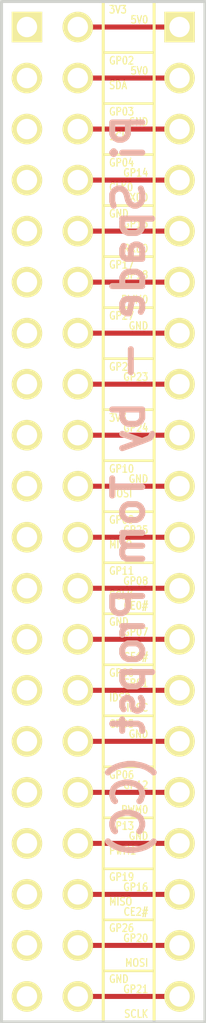
<source format=kicad_pcb>
(kicad_pcb (version 4) (host pcbnew 4.0.2+dfsg1-stable)

  (general
    (links 29)
    (no_connects 29)
    (area 124.184999 97.935 138.135 151.405001)
    (thickness 1.6)
    (drawings 64)
    (tracks 20)
    (zones 0)
    (modules 2)
    (nets 32)
  )

  (page A4)
  (layers
    (0 F.Cu signal hide)
    (31 B.Cu signal)
    (32 B.Adhes user)
    (33 F.Adhes user)
    (34 B.Paste user)
    (35 F.Paste user)
    (36 B.SilkS user hide)
    (37 F.SilkS user)
    (38 B.Mask user)
    (39 F.Mask user)
    (40 Dwgs.User user)
    (41 Cmts.User user)
    (42 Eco1.User user)
    (43 Eco2.User user)
    (44 Edge.Cuts user)
    (45 Margin user)
    (46 B.CrtYd user)
    (47 F.CrtYd user)
    (48 B.Fab user)
    (49 F.Fab user hide)
  )

  (setup
    (last_trace_width 0.25)
    (trace_clearance 0.2)
    (zone_clearance 0.508)
    (zone_45_only no)
    (trace_min 0.2)
    (segment_width 0.127)
    (edge_width 0.15)
    (via_size 0.6)
    (via_drill 0.4)
    (via_min_size 0.4)
    (via_min_drill 0.3)
    (uvia_size 0.3)
    (uvia_drill 0.1)
    (uvias_allowed no)
    (uvia_min_size 0.2)
    (uvia_min_drill 0.1)
    (pcb_text_width 0.3)
    (pcb_text_size 1.5 1.5)
    (mod_edge_width 0.15)
    (mod_text_size 1 1)
    (mod_text_width 0.15)
    (pad_size 1.524 1.524)
    (pad_drill 1.016)
    (pad_to_mask_clearance 0.2)
    (aux_axis_origin 0 0)
    (visible_elements FFFFEF7F)
    (pcbplotparams
      (layerselection 0x01030_80000001)
      (usegerberextensions false)
      (excludeedgelayer true)
      (linewidth 0.100000)
      (plotframeref false)
      (viasonmask false)
      (mode 1)
      (useauxorigin false)
      (hpglpennumber 1)
      (hpglpenspeed 20)
      (hpglpendiameter 15)
      (hpglpenoverlay 2)
      (psnegative false)
      (psa4output false)
      (plotreference false)
      (plotvalue false)
      (plotinvisibletext false)
      (padsonsilk false)
      (subtractmaskfromsilk false)
      (outputformat 1)
      (mirror false)
      (drillshape 0)
      (scaleselection 1)
      (outputdirectory gerber/))
  )

  (net 0 "")
  (net 1 /3V3)
  (net 2 /5V)
  (net 3 /GPIO02)
  (net 4 /GPIO03)
  (net 5 /GND)
  (net 6 /GPIO04)
  (net 7 /GPIO14)
  (net 8 /GPIO15)
  (net 9 /GPIO17)
  (net 10 /GPIO18)
  (net 11 /GPIO27)
  (net 12 /GPIO22)
  (net 13 /GPIO23)
  (net 14 /GPIO24)
  (net 15 /GPIO10)
  (net 16 /GPIO09)
  (net 17 /GPIO25)
  (net 18 /GPIO11)
  (net 19 /GPIO08)
  (net 20 /GPIO07)
  (net 21 /ID_SD)
  (net 22 /ID_SC)
  (net 23 /GPIO05)
  (net 24 /GPIO06)
  (net 25 /GPIO12)
  (net 26 /GPIO13)
  (net 27 /GPIO19)
  (net 28 /GPIO16)
  (net 29 /GPIO26)
  (net 30 /GPIO20)
  (net 31 /GPIO21)

  (net_class Default "This is the default net class."
    (clearance 0.2)
    (trace_width 0.25)
    (via_dia 0.6)
    (via_drill 0.4)
    (uvia_dia 0.3)
    (uvia_drill 0.1)
    (add_net /3V3)
    (add_net /5V)
    (add_net /GND)
    (add_net /GPIO02)
    (add_net /GPIO03)
    (add_net /GPIO04)
    (add_net /GPIO05)
    (add_net /GPIO06)
    (add_net /GPIO07)
    (add_net /GPIO08)
    (add_net /GPIO09)
    (add_net /GPIO10)
    (add_net /GPIO11)
    (add_net /GPIO12)
    (add_net /GPIO13)
    (add_net /GPIO14)
    (add_net /GPIO15)
    (add_net /GPIO16)
    (add_net /GPIO17)
    (add_net /GPIO18)
    (add_net /GPIO19)
    (add_net /GPIO20)
    (add_net /GPIO21)
    (add_net /GPIO22)
    (add_net /GPIO23)
    (add_net /GPIO24)
    (add_net /GPIO25)
    (add_net /GPIO26)
    (add_net /GPIO27)
    (add_net /ID_SC)
    (add_net /ID_SD)
  )

  (module trp-kicad-footprints:HDR_02X20_PTH (layer F.Cu) (tedit 57E6A64A) (tstamp 57E6A958)
    (at 127 101.6)
    (tags "header connector 2x20")
    (path /57E69125)
    (fp_text reference P1 (at 1.27 -2.54) (layer F.SilkS)
      (effects (font (size 1 1) (thickness 0.15)))
    )
    (fp_text value CONN_02X20 (at 5.207 22.86 90) (layer F.Fab)
      (effects (font (size 1 1) (thickness 0.15)))
    )
    (fp_text user 1 (at -3.175 0) (layer F.SilkS)
      (effects (font (size 1 1) (thickness 0.15)))
    )
    (fp_line (start -2.54 0.508) (end -1.524 0) (layer F.SilkS) (width 0.15))
    (fp_line (start -2.54 -0.508) (end -2.54 0.508) (layer F.SilkS) (width 0.15))
    (fp_line (start -1.524 0) (end -2.54 -0.508) (layer F.SilkS) (width 0.15))
    (fp_line (start -1.27 49.53) (end -1.27 -1.27) (layer F.SilkS) (width 0.15))
    (fp_line (start 3.81 49.53) (end -1.27 49.53) (layer F.SilkS) (width 0.15))
    (fp_line (start 3.81 -1.27) (end 3.81 49.53) (layer F.SilkS) (width 0.15))
    (fp_line (start -1.27 -1.27) (end 3.81 -1.27) (layer F.SilkS) (width 0.15))
    (pad 1 thru_hole rect (at 0 0) (size 1.524 1.524) (drill 1.016) (layers *.Cu *.Mask F.SilkS)
      (net 1 /3V3))
    (pad 2 thru_hole circle (at 2.54 0) (size 1.524 1.524) (drill 1.016) (layers *.Cu *.Mask F.SilkS)
      (net 2 /5V))
    (pad 3 thru_hole circle (at 0 2.54) (size 1.524 1.524) (drill 1.016) (layers *.Cu *.Mask F.SilkS)
      (net 3 /GPIO02))
    (pad 4 thru_hole circle (at 2.54 2.54) (size 1.524 1.524) (drill 1.016) (layers *.Cu *.Mask F.SilkS)
      (net 2 /5V))
    (pad 5 thru_hole circle (at 0 5.08) (size 1.524 1.524) (drill 1.016) (layers *.Cu *.Mask F.SilkS)
      (net 4 /GPIO03))
    (pad 6 thru_hole circle (at 2.54 5.08) (size 1.524 1.524) (drill 1.016) (layers *.Cu *.Mask F.SilkS)
      (net 5 /GND))
    (pad 7 thru_hole circle (at 0 7.62) (size 1.524 1.524) (drill 1.016) (layers *.Cu *.Mask F.SilkS)
      (net 6 /GPIO04))
    (pad 8 thru_hole circle (at 2.54 7.62) (size 1.524 1.524) (drill 1.016) (layers *.Cu *.Mask F.SilkS)
      (net 7 /GPIO14))
    (pad 9 thru_hole circle (at 0 10.16) (size 1.524 1.524) (drill 1.016) (layers *.Cu *.Mask F.SilkS)
      (net 5 /GND))
    (pad 10 thru_hole circle (at 2.54 10.16) (size 1.524 1.524) (drill 1.016) (layers *.Cu *.Mask F.SilkS)
      (net 8 /GPIO15))
    (pad 11 thru_hole circle (at 0 12.7) (size 1.524 1.524) (drill 1.016) (layers *.Cu *.Mask F.SilkS)
      (net 9 /GPIO17))
    (pad 12 thru_hole circle (at 2.54 12.7) (size 1.524 1.524) (drill 1.016) (layers *.Cu *.Mask F.SilkS)
      (net 10 /GPIO18))
    (pad 13 thru_hole circle (at 0 15.24) (size 1.524 1.524) (drill 1.016) (layers *.Cu *.Mask F.SilkS)
      (net 11 /GPIO27))
    (pad 14 thru_hole circle (at 2.54 15.24) (size 1.524 1.524) (drill 1.016) (layers *.Cu *.Mask F.SilkS)
      (net 5 /GND))
    (pad 15 thru_hole circle (at 0 17.78) (size 1.524 1.524) (drill 1.016) (layers *.Cu *.Mask F.SilkS)
      (net 12 /GPIO22))
    (pad 16 thru_hole circle (at 2.54 17.78) (size 1.524 1.524) (drill 1.016) (layers *.Cu *.Mask F.SilkS)
      (net 13 /GPIO23))
    (pad 17 thru_hole circle (at 0 20.32) (size 1.524 1.524) (drill 1.016) (layers *.Cu *.Mask F.SilkS)
      (net 1 /3V3))
    (pad 18 thru_hole circle (at 2.54 20.32) (size 1.524 1.524) (drill 1.016) (layers *.Cu *.Mask F.SilkS)
      (net 14 /GPIO24))
    (pad 19 thru_hole circle (at 0 22.86) (size 1.524 1.524) (drill 1.016) (layers *.Cu *.Mask F.SilkS)
      (net 15 /GPIO10))
    (pad 20 thru_hole circle (at 2.54 22.86) (size 1.524 1.524) (drill 1.016) (layers *.Cu *.Mask F.SilkS)
      (net 5 /GND))
    (pad 21 thru_hole circle (at 0 25.4) (size 1.524 1.524) (drill 1.016) (layers *.Cu *.Mask F.SilkS)
      (net 16 /GPIO09))
    (pad 22 thru_hole circle (at 2.54 25.4) (size 1.524 1.524) (drill 1.016) (layers *.Cu *.Mask F.SilkS)
      (net 17 /GPIO25))
    (pad 23 thru_hole circle (at 0 27.94) (size 1.524 1.524) (drill 1.016) (layers *.Cu *.Mask F.SilkS)
      (net 18 /GPIO11))
    (pad 24 thru_hole circle (at 2.54 27.94) (size 1.524 1.524) (drill 1.016) (layers *.Cu *.Mask F.SilkS)
      (net 19 /GPIO08))
    (pad 25 thru_hole circle (at 0 30.48) (size 1.524 1.524) (drill 1.016) (layers *.Cu *.Mask F.SilkS)
      (net 5 /GND))
    (pad 26 thru_hole circle (at 2.54 30.48) (size 1.524 1.524) (drill 1.016) (layers *.Cu *.Mask F.SilkS)
      (net 20 /GPIO07))
    (pad 27 thru_hole circle (at 0 33.02) (size 1.524 1.524) (drill 1.016) (layers *.Cu *.Mask F.SilkS)
      (net 21 /ID_SD))
    (pad 28 thru_hole circle (at 2.54 33.02) (size 1.524 1.524) (drill 1.016) (layers *.Cu *.Mask F.SilkS)
      (net 22 /ID_SC))
    (pad 29 thru_hole circle (at 0 35.56) (size 1.524 1.524) (drill 1.016) (layers *.Cu *.Mask F.SilkS)
      (net 23 /GPIO05))
    (pad 30 thru_hole circle (at 2.54 35.56) (size 1.524 1.524) (drill 1.016) (layers *.Cu *.Mask F.SilkS)
      (net 5 /GND))
    (pad 31 thru_hole circle (at 0 38.1) (size 1.524 1.524) (drill 1.016) (layers *.Cu *.Mask F.SilkS)
      (net 24 /GPIO06))
    (pad 32 thru_hole circle (at 2.54 38.1) (size 1.524 1.524) (drill 1.016) (layers *.Cu *.Mask F.SilkS)
      (net 25 /GPIO12))
    (pad 33 thru_hole circle (at 0 40.64) (size 1.524 1.524) (drill 1.016) (layers *.Cu *.Mask F.SilkS)
      (net 26 /GPIO13))
    (pad 34 thru_hole circle (at 2.54 40.64) (size 1.524 1.524) (drill 1.016) (layers *.Cu *.Mask F.SilkS)
      (net 5 /GND))
    (pad 35 thru_hole circle (at 0 43.18) (size 1.524 1.524) (drill 1.016) (layers *.Cu *.Mask F.SilkS)
      (net 27 /GPIO19))
    (pad 36 thru_hole circle (at 2.54 43.18) (size 1.524 1.524) (drill 1.016) (layers *.Cu *.Mask F.SilkS)
      (net 28 /GPIO16))
    (pad 37 thru_hole circle (at 0 45.72) (size 1.524 1.524) (drill 1.016) (layers *.Cu *.Mask F.SilkS)
      (net 29 /GPIO26))
    (pad 38 thru_hole circle (at 2.54 45.72) (size 1.524 1.524) (drill 1.016) (layers *.Cu *.Mask F.SilkS)
      (net 30 /GPIO20))
    (pad 39 thru_hole circle (at 0 48.26) (size 1.524 1.524) (drill 1.016) (layers *.Cu *.Mask F.SilkS)
      (net 5 /GND))
    (pad 40 thru_hole circle (at 2.54 48.26) (size 1.524 1.524) (drill 1.016) (layers *.Cu *.Mask F.SilkS)
      (net 31 /GPIO21))
  )

  (module pi-spade:HDR_01X20_PTH (layer F.Cu) (tedit 57E6AB00) (tstamp 57E6AE8F)
    (at 134.62 124.46)
    (tags "header connector")
    (path /57E6916A)
    (fp_text reference P2 (at 0 -25.4) (layer F.SilkS)
      (effects (font (size 1 1) (thickness 0.15)))
    )
    (fp_text value CONN_01X20 (at 2.54 0.127 90) (layer F.Fab)
      (effects (font (size 1 1) (thickness 0.15)))
    )
    (fp_line (start -1.27 26.67) (end -1.27 -24.13) (layer F.SilkS) (width 0.15))
    (fp_line (start 1.27 26.67) (end -1.27 26.67) (layer F.SilkS) (width 0.15))
    (fp_line (start 1.27 -24.13) (end 1.27 26.67) (layer F.SilkS) (width 0.15))
    (fp_line (start -1.27 -24.13) (end 1.27 -24.13) (layer F.SilkS) (width 0.15))
    (pad 1 thru_hole rect (at 0 -22.86) (size 1.524 1.524) (drill 1.016) (layers *.Cu *.Mask F.SilkS)
      (net 2 /5V))
    (pad 2 thru_hole circle (at 0 -20.32) (size 1.524 1.524) (drill 1.016) (layers *.Cu *.Mask F.SilkS)
      (net 2 /5V))
    (pad 3 thru_hole circle (at 0 -17.78) (size 1.524 1.524) (drill 1.016) (layers *.Cu *.Mask F.SilkS)
      (net 5 /GND))
    (pad 4 thru_hole circle (at 0 -15.24) (size 1.524 1.524) (drill 1.016) (layers *.Cu *.Mask F.SilkS)
      (net 7 /GPIO14))
    (pad 5 thru_hole circle (at 0 -12.7) (size 1.524 1.524) (drill 1.016) (layers *.Cu *.Mask F.SilkS)
      (net 8 /GPIO15))
    (pad 6 thru_hole circle (at 0 -10.16) (size 1.524 1.524) (drill 1.016) (layers *.Cu *.Mask F.SilkS)
      (net 10 /GPIO18))
    (pad 7 thru_hole circle (at 0 -7.62) (size 1.524 1.524) (drill 1.016) (layers *.Cu *.Mask F.SilkS)
      (net 5 /GND))
    (pad 8 thru_hole circle (at 0 -5.08) (size 1.524 1.524) (drill 1.016) (layers *.Cu *.Mask F.SilkS)
      (net 13 /GPIO23))
    (pad 9 thru_hole circle (at 0 -2.54) (size 1.524 1.524) (drill 1.016) (layers *.Cu *.Mask F.SilkS)
      (net 14 /GPIO24))
    (pad 10 thru_hole circle (at 0 0) (size 1.524 1.524) (drill 1.016) (layers *.Cu *.Mask F.SilkS)
      (net 5 /GND))
    (pad 11 thru_hole circle (at 0 2.54) (size 1.524 1.524) (drill 1.016) (layers *.Cu *.Mask F.SilkS)
      (net 17 /GPIO25))
    (pad 12 thru_hole circle (at 0 5.08) (size 1.524 1.524) (drill 1.016) (layers *.Cu *.Mask F.SilkS)
      (net 19 /GPIO08))
    (pad 13 thru_hole circle (at 0 7.62) (size 1.524 1.524) (drill 1.016) (layers *.Cu *.Mask F.SilkS)
      (net 20 /GPIO07))
    (pad 14 thru_hole circle (at 0 10.16) (size 1.524 1.524) (drill 1.016) (layers *.Cu *.Mask F.SilkS)
      (net 22 /ID_SC))
    (pad 15 thru_hole circle (at 0 12.7) (size 1.524 1.524) (drill 1.016) (layers *.Cu *.Mask F.SilkS)
      (net 5 /GND))
    (pad 16 thru_hole circle (at 0 15.24) (size 1.524 1.524) (drill 1.016) (layers *.Cu *.Mask F.SilkS)
      (net 25 /GPIO12))
    (pad 17 thru_hole circle (at 0 17.78) (size 1.524 1.524) (drill 1.016) (layers *.Cu *.Mask F.SilkS)
      (net 5 /GND))
    (pad 18 thru_hole circle (at 0 20.32) (size 1.524 1.524) (drill 1.016) (layers *.Cu *.Mask F.SilkS)
      (net 28 /GPIO16))
    (pad 19 thru_hole circle (at 0 22.86) (size 1.524 1.524) (drill 1.016) (layers *.Cu *.Mask F.SilkS)
      (net 30 /GPIO20))
    (pad 20 thru_hole circle (at 0 25.4) (size 1.524 1.524) (drill 1.016) (layers *.Cu *.Mask F.SilkS)
      (net 31 /GPIO21))
  )

  (gr_text "Pi Spade - by Tom Propst (CC)" (at 132.08 124.46 90) (layer B.SilkS)
    (effects (font (size 1.5 1.5) (thickness 0.3)) (justify mirror))
  )
  (gr_text "GP21\n\nSCLK\n" (at 133.096 150.114) (layer F.SilkS) (tstamp 57E6B606)
    (effects (font (size 0.381 0.3175) (thickness 0.0635)) (justify right))
  )
  (gr_text "GND\n\n\n" (at 131.064 149.606) (layer F.SilkS) (tstamp 57E6B600)
    (effects (font (size 0.381 0.3175) (thickness 0.0635)) (justify left))
  )
  (gr_text "GP20\n\nMOSI\n" (at 133.096 147.574) (layer F.SilkS) (tstamp 57E6B5CA)
    (effects (font (size 0.381 0.3175) (thickness 0.0635)) (justify right))
  )
  (gr_text "GP26\n\n\n" (at 131.064 147.066) (layer F.SilkS) (tstamp 57E6B5C5)
    (effects (font (size 0.381 0.3175) (thickness 0.0635)) (justify left))
  )
  (gr_text "GP16\n\nCE2#\n" (at 133.096 145.034) (layer F.SilkS) (tstamp 57E6B58B)
    (effects (font (size 0.381 0.3175) (thickness 0.0635)) (justify right))
  )
  (gr_text "GP19\n\nMISO\n" (at 131.064 144.526) (layer F.SilkS) (tstamp 57E6B587)
    (effects (font (size 0.381 0.3175) (thickness 0.0635)) (justify left))
  )
  (gr_text "GND\n\n\n" (at 133.096 142.494) (layer F.SilkS) (tstamp 57E6B55B)
    (effects (font (size 0.381 0.3175) (thickness 0.0635)) (justify right))
  )
  (gr_text "GP13\n\nPWM1\n" (at 131.064 141.986) (layer F.SilkS) (tstamp 57E6B554)
    (effects (font (size 0.381 0.3175) (thickness 0.0635)) (justify left))
  )
  (gr_text "GP12\n\nPWM0\n" (at 133.096 139.954) (layer F.SilkS) (tstamp 57E6B535)
    (effects (font (size 0.381 0.3175) (thickness 0.0635)) (justify right))
  )
  (gr_text "GP06\n\n\n" (at 131.064 139.446) (layer F.SilkS) (tstamp 57E6B531)
    (effects (font (size 0.381 0.3175) (thickness 0.0635)) (justify left))
  )
  (gr_text "GND\n\n\n" (at 133.096 137.414) (layer F.SilkS) (tstamp 57E6B509)
    (effects (font (size 0.381 0.3175) (thickness 0.0635)) (justify right))
  )
  (gr_text "GP05\n\n\n" (at 131.064 136.906) (layer F.SilkS) (tstamp 57E6B505)
    (effects (font (size 0.381 0.3175) (thickness 0.0635)) (justify left))
  )
  (gr_text "GP07\n\nCE1#\n" (at 133.096 132.334) (layer F.SilkS) (tstamp 57E6B4D6)
    (effects (font (size 0.381 0.3175) (thickness 0.0635)) (justify right))
  )
  (gr_text "GND\n\n\n" (at 131.064 131.826) (layer F.SilkS) (tstamp 57E6B4D1)
    (effects (font (size 0.381 0.3175) (thickness 0.0635)) (justify left))
  )
  (gr_text "GP01\n\nIDSC\n" (at 133.096 134.874) (layer F.SilkS) (tstamp 57E6B483)
    (effects (font (size 0.381 0.3175) (thickness 0.0635)) (justify right))
  )
  (gr_text "GP00\n\nIDSD\n" (at 131.064 134.366) (layer F.SilkS) (tstamp 57E6B47D)
    (effects (font (size 0.381 0.3175) (thickness 0.0635)) (justify left))
  )
  (gr_text "GP08\n\nCE0#\n" (at 133.096 129.794) (layer F.SilkS) (tstamp 57E6B443)
    (effects (font (size 0.381 0.3175) (thickness 0.0635)) (justify right))
  )
  (gr_text "GP11\n\nSCLK\n" (at 131.064 129.286) (layer F.SilkS) (tstamp 57E6B43F)
    (effects (font (size 0.381 0.3175) (thickness 0.0635)) (justify left))
  )
  (gr_text "GP25\n\n\n" (at 133.096 127.254) (layer F.SilkS) (tstamp 57E6B3EE)
    (effects (font (size 0.381 0.3175) (thickness 0.0635)) (justify right))
  )
  (gr_text "GP09\n\nMISO\n" (at 131.064 126.746) (layer F.SilkS) (tstamp 57E6B3EA)
    (effects (font (size 0.381 0.3175) (thickness 0.0635)) (justify left))
  )
  (gr_text "GND\n\n\n" (at 133.096 124.714) (layer F.SilkS) (tstamp 57E6B389)
    (effects (font (size 0.381 0.3175) (thickness 0.0635)) (justify right))
  )
  (gr_text "GP10\n\nMOSI\n" (at 131.064 124.206) (layer F.SilkS) (tstamp 57E6B383)
    (effects (font (size 0.381 0.3175) (thickness 0.0635)) (justify left))
  )
  (gr_text "GP23\n\n\n" (at 133.096 119.634) (layer F.SilkS) (tstamp 57E6B357)
    (effects (font (size 0.381 0.3175) (thickness 0.0635)) (justify right))
  )
  (gr_text "GP22\n\n\n" (at 131.064 119.126) (layer F.SilkS) (tstamp 57E6B351)
    (effects (font (size 0.381 0.3175) (thickness 0.0635)) (justify left))
  )
  (gr_text "GP24\n\n\n" (at 133.096 122.174) (layer F.SilkS) (tstamp 57E6B320)
    (effects (font (size 0.381 0.3175) (thickness 0.0635)) (justify right))
  )
  (gr_text "3V3\n\n\n" (at 131.064 121.666) (layer F.SilkS) (tstamp 57E6B31C)
    (effects (font (size 0.381 0.3175) (thickness 0.0635)) (justify left))
  )
  (gr_text "GND\n\n\n" (at 133.096 117.094) (layer F.SilkS) (tstamp 57E6B2FA)
    (effects (font (size 0.381 0.3175) (thickness 0.0635)) (justify right))
  )
  (gr_text "GP27\n\n\n" (at 131.064 116.586) (layer F.SilkS) (tstamp 57E6B2F5)
    (effects (font (size 0.381 0.3175) (thickness 0.0635)) (justify left))
  )
  (gr_text "GP18\n\nPWM0\n" (at 133.096 114.554) (layer F.SilkS) (tstamp 57E6B272)
    (effects (font (size 0.381 0.3175) (thickness 0.0635)) (justify right))
  )
  (gr_text "GP17\n\n\n" (at 131.064 114.046) (layer F.SilkS) (tstamp 57E6B268)
    (effects (font (size 0.381 0.3175) (thickness 0.0635)) (justify left))
  )
  (gr_line (start 130.81 148.59) (end 133.35 148.59) (layer F.SilkS) (width 0.127) (tstamp 57E6B230))
  (gr_line (start 130.81 146.05) (end 133.35 146.05) (layer F.SilkS) (width 0.127) (tstamp 57E6B22D))
  (gr_line (start 130.81 143.51) (end 133.35 143.51) (layer F.SilkS) (width 0.127) (tstamp 57E6B229))
  (gr_line (start 130.81 140.97) (end 133.35 140.97) (layer F.SilkS) (width 0.127) (tstamp 57E6B227))
  (gr_line (start 130.81 138.43) (end 133.35 138.43) (layer F.SilkS) (width 0.127) (tstamp 57E6B223))
  (gr_line (start 130.81 135.89) (end 133.35 135.89) (layer F.SilkS) (width 0.127) (tstamp 57E6B220))
  (gr_line (start 130.81 133.35) (end 133.35 133.35) (layer F.SilkS) (width 0.127) (tstamp 57E6B21D))
  (gr_line (start 130.81 130.81) (end 133.35 130.81) (layer F.SilkS) (width 0.127) (tstamp 57E6B21A))
  (gr_line (start 130.81 128.27) (end 133.35 128.27) (layer F.SilkS) (width 0.127) (tstamp 57E6B216))
  (gr_line (start 130.81 125.73) (end 133.35 125.73) (layer F.SilkS) (width 0.127) (tstamp 57E6B20F))
  (gr_line (start 130.81 123.19) (end 133.35 123.19) (layer F.SilkS) (width 0.127) (tstamp 57E6B20C))
  (gr_line (start 130.81 120.65) (end 133.35 120.65) (layer F.SilkS) (width 0.127) (tstamp 57E6B209))
  (gr_line (start 130.81 118.11) (end 133.35 118.11) (layer F.SilkS) (width 0.127) (tstamp 57E6B206))
  (gr_line (start 130.81 115.57) (end 133.35 115.57) (layer F.SilkS) (width 0.127) (tstamp 57E6B201))
  (gr_line (start 130.81 113.03) (end 133.35 113.03) (layer F.SilkS) (width 0.127) (tstamp 57E6B1FD))
  (gr_line (start 130.81 110.49) (end 133.35 110.49) (layer F.SilkS) (width 0.127) (tstamp 57E6B1F9))
  (gr_line (start 130.81 107.95) (end 133.35 107.95) (layer F.SilkS) (width 0.127) (tstamp 57E6B1F6))
  (gr_line (start 130.81 105.41) (end 133.35 105.41) (layer F.SilkS) (width 0.127) (tstamp 57E6B1F0))
  (gr_line (start 130.81 102.87) (end 133.35 102.87) (layer F.SilkS) (width 0.127))
  (gr_text "GP15\n\nRXD0" (at 133.096 112.014) (layer F.SilkS) (tstamp 57E6B19C)
    (effects (font (size 0.381 0.3175) (thickness 0.0635)) (justify right))
  )
  (gr_text "GND\n\n\n" (at 131.064 111.506) (layer F.SilkS) (tstamp 57E6B16A)
    (effects (font (size 0.381 0.3175) (thickness 0.0635)) (justify left))
  )
  (gr_text "GP14\n\nTXD0" (at 133.096 109.474) (layer F.SilkS) (tstamp 57E6B111)
    (effects (font (size 0.381 0.3175) (thickness 0.0635)) (justify right))
  )
  (gr_text "GP04\n\nCLK0" (at 131.064 108.966) (layer F.SilkS) (tstamp 57E6B0DC)
    (effects (font (size 0.381 0.3175) (thickness 0.0635)) (justify left))
  )
  (gr_text "GND\n\n\n" (at 133.096 106.934) (layer F.SilkS) (tstamp 57E6B0B2)
    (effects (font (size 0.381 0.3175) (thickness 0.0635)) (justify right))
  )
  (gr_text "GP03\n\nSCL" (at 131.064 106.426) (layer F.SilkS) (tstamp 57E6B095)
    (effects (font (size 0.381 0.3175) (thickness 0.0635)) (justify left))
  )
  (gr_text "5V0\n\n\n" (at 133.096 101.854) (layer F.SilkS) (tstamp 57E6B073)
    (effects (font (size 0.381 0.3175) (thickness 0.0635)) (justify right))
  )
  (gr_text "3V3\n\n\n" (at 131.064 101.346) (layer F.SilkS) (tstamp 57E6B05C)
    (effects (font (size 0.381 0.3175) (thickness 0.0635)) (justify left))
  )
  (gr_text "GP02\n\nSDA" (at 131.064 103.886) (layer F.SilkS) (tstamp 57E6AFB1)
    (effects (font (size 0.381 0.3175) (thickness 0.0635)) (justify left))
  )
  (gr_text "5V0\n\n\n" (at 133.096 104.394) (layer F.SilkS) (tstamp 57E6AF22)
    (effects (font (size 0.381 0.3175) (thickness 0.0635)) (justify right))
  )
  (gr_line (start 125.73 151.13) (end 125.73 100.33) (layer Edge.Cuts) (width 0.15))
  (gr_line (start 135.89 151.13) (end 125.73 151.13) (layer Edge.Cuts) (width 0.15))
  (gr_line (start 135.89 100.33) (end 135.89 151.13) (layer Edge.Cuts) (width 0.15))
  (gr_line (start 125.73 100.33) (end 135.89 100.33) (layer Edge.Cuts) (width 0.15))

  (segment (start 129.54 104.14) (end 134.62 104.14) (width 0.25) (layer F.Cu) (net 2))
  (segment (start 129.54 101.6) (end 134.62 101.6) (width 0.25) (layer F.Cu) (net 2))
  (segment (start 129.54 142.24) (end 134.62 142.24) (width 0.25) (layer F.Cu) (net 5))
  (segment (start 129.54 137.16) (end 134.62 137.16) (width 0.25) (layer F.Cu) (net 5))
  (segment (start 129.54 124.46) (end 134.62 124.46) (width 0.25) (layer F.Cu) (net 5))
  (segment (start 129.54 116.84) (end 134.62 116.84) (width 0.25) (layer F.Cu) (net 5))
  (segment (start 129.54 106.68) (end 134.62 106.68) (width 0.25) (layer F.Cu) (net 5))
  (segment (start 129.54 109.22) (end 134.62 109.22) (width 0.25) (layer F.Cu) (net 7))
  (segment (start 129.54 111.76) (end 134.62 111.76) (width 0.25) (layer F.Cu) (net 8))
  (segment (start 129.54 114.3) (end 134.62 114.3) (width 0.25) (layer F.Cu) (net 10))
  (segment (start 129.54 119.38) (end 134.62 119.38) (width 0.25) (layer F.Cu) (net 13))
  (segment (start 129.54 121.92) (end 134.62 121.92) (width 0.25) (layer F.Cu) (net 14))
  (segment (start 129.54 127) (end 134.62 127) (width 0.25) (layer F.Cu) (net 17))
  (segment (start 129.54 129.54) (end 134.62 129.54) (width 0.25) (layer F.Cu) (net 19))
  (segment (start 129.54 132.08) (end 134.62 132.08) (width 0.25) (layer F.Cu) (net 20))
  (segment (start 129.54 134.62) (end 134.62 134.62) (width 0.25) (layer F.Cu) (net 22))
  (segment (start 129.54 139.7) (end 134.62 139.7) (width 0.25) (layer F.Cu) (net 25))
  (segment (start 129.54 144.78) (end 134.62 144.78) (width 0.25) (layer F.Cu) (net 28))
  (segment (start 129.54 147.32) (end 134.62 147.32) (width 0.25) (layer F.Cu) (net 30))
  (segment (start 129.54 149.86) (end 134.62 149.86) (width 0.25) (layer F.Cu) (net 31))

)

</source>
